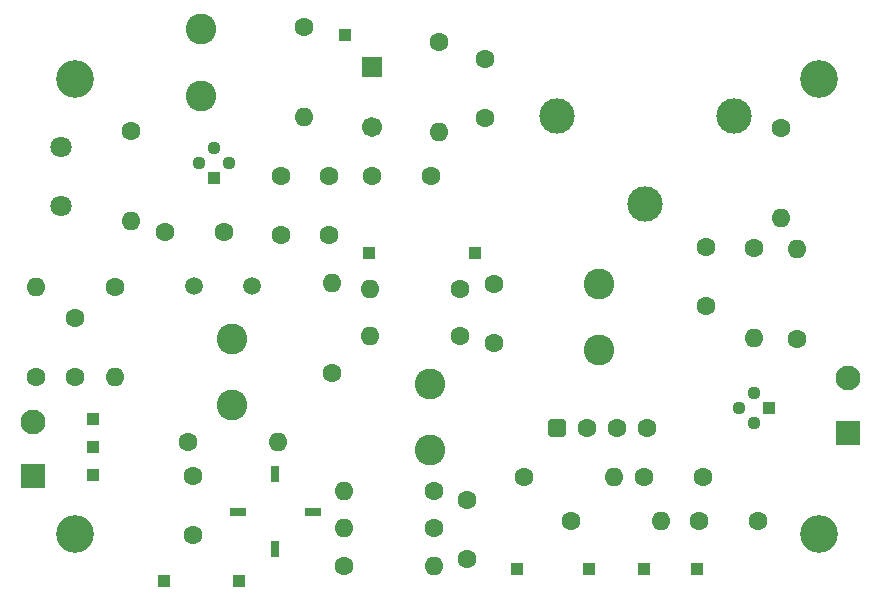
<source format=gbr>
G04 #@! TF.GenerationSoftware,KiCad,Pcbnew,(7.0.0)*
G04 #@! TF.CreationDate,2023-03-14T20:30:01-04:00*
G04 #@! TF.ProjectId,2ndmixer-2ndlo,326e646d-6978-4657-922d-326e646c6f2e,1*
G04 #@! TF.SameCoordinates,Original*
G04 #@! TF.FileFunction,Soldermask,Top*
G04 #@! TF.FilePolarity,Negative*
%FSLAX46Y46*%
G04 Gerber Fmt 4.6, Leading zero omitted, Abs format (unit mm)*
G04 Created by KiCad (PCBNEW (7.0.0)) date 2023-03-14 20:30:01*
%MOMM*%
%LPD*%
G01*
G04 APERTURE LIST*
G04 Aperture macros list*
%AMRoundRect*
0 Rectangle with rounded corners*
0 $1 Rounding radius*
0 $2 $3 $4 $5 $6 $7 $8 $9 X,Y pos of 4 corners*
0 Add a 4 corners polygon primitive as box body*
4,1,4,$2,$3,$4,$5,$6,$7,$8,$9,$2,$3,0*
0 Add four circle primitives for the rounded corners*
1,1,$1+$1,$2,$3*
1,1,$1+$1,$4,$5*
1,1,$1+$1,$6,$7*
1,1,$1+$1,$8,$9*
0 Add four rect primitives between the rounded corners*
20,1,$1+$1,$2,$3,$4,$5,0*
20,1,$1+$1,$4,$5,$6,$7,0*
20,1,$1+$1,$6,$7,$8,$9,0*
20,1,$1+$1,$8,$9,$2,$3,0*%
G04 Aperture macros list end*
%ADD10R,1.000000X1.000000*%
%ADD11C,1.600000*%
%ADD12O,1.600000X1.600000*%
%ADD13R,1.701800X1.701800*%
%ADD14C,1.701800*%
%ADD15RoundRect,0.250001X0.799999X-0.799999X0.799999X0.799999X-0.799999X0.799999X-0.799999X-0.799999X0*%
%ADD16C,2.100000*%
%ADD17C,1.800000*%
%ADD18C,3.200000*%
%ADD19C,2.600000*%
%ADD20R,1.473200X0.762000*%
%ADD21R,0.762000X1.473200*%
%ADD22RoundRect,0.400000X-0.400000X-0.400000X0.400000X-0.400000X0.400000X0.400000X-0.400000X0.400000X0*%
%ADD23R,1.110000X1.110000*%
%ADD24C,1.110000*%
%ADD25C,1.500000*%
%ADD26C,3.000000*%
G04 APERTURE END LIST*
D10*
X141122399Y-109778799D03*
D11*
X181533800Y-118414800D03*
D12*
X189153799Y-118414799D03*
D11*
X152207600Y-93929200D03*
X147207600Y-93929200D03*
X199313800Y-85140800D03*
D12*
X199313799Y-92760799D03*
D11*
X149598800Y-114604800D03*
X149598800Y-119604800D03*
D13*
X164744399Y-79959199D03*
D14*
X164744400Y-85039200D03*
D10*
X187756799Y-122478799D03*
X141122399Y-114553999D03*
D11*
X169976800Y-119049800D03*
D12*
X162356799Y-119049799D03*
D11*
X200710800Y-103047800D03*
D12*
X200710799Y-95427799D03*
D10*
X164490399Y-95757999D03*
D15*
X136053200Y-114655600D03*
D16*
X136053200Y-110055600D03*
D17*
X138430000Y-91806400D03*
X138430000Y-86806400D03*
D18*
X202599000Y-119500000D03*
D10*
X162458399Y-77266799D03*
D11*
X172212000Y-98755200D03*
D12*
X164591999Y-98755199D03*
D10*
X147116799Y-123494799D03*
D11*
X192963800Y-100253800D03*
X192963800Y-95253800D03*
X175056800Y-98338000D03*
X175056800Y-103338000D03*
X149148800Y-111760000D03*
D12*
X156768799Y-111759999D03*
D11*
X144322800Y-85394800D03*
D12*
X144322799Y-93014799D03*
D18*
X139599000Y-119500000D03*
D11*
X197027800Y-95300800D03*
D12*
X197027799Y-102920799D03*
D11*
X170357800Y-77901800D03*
D12*
X170357799Y-85521799D03*
D10*
X173481999Y-95707199D03*
D11*
X172212000Y-102805200D03*
D12*
X164591999Y-102805199D03*
D15*
X205028800Y-110949800D03*
D16*
X205028800Y-106349800D03*
D18*
X202599000Y-81000000D03*
D19*
X152857200Y-103022400D03*
X152857200Y-108622400D03*
D10*
X176961799Y-122478799D03*
D20*
X153339799Y-117652799D03*
D21*
X156514799Y-120827799D03*
D20*
X159689799Y-117652799D03*
D21*
X156514799Y-114477799D03*
D11*
X142951200Y-98653600D03*
D12*
X142951199Y-106273599D03*
D11*
X169700000Y-89204800D03*
X164700000Y-89204800D03*
X139598400Y-101233600D03*
X139598400Y-106233600D03*
D22*
X180390800Y-110540800D03*
D11*
X182930800Y-110540800D03*
X185470800Y-110540800D03*
X188010800Y-110540800D03*
D10*
X183057799Y-122478799D03*
D23*
X151333199Y-89357199D03*
D24*
X152603200Y-88087200D03*
X151333200Y-86817200D03*
X150063200Y-88087200D03*
D11*
X161340800Y-105925200D03*
D12*
X161340799Y-98305199D03*
D18*
X139599000Y-81000000D03*
D10*
X153466799Y-123494799D03*
D11*
X161086800Y-89244800D03*
X161086800Y-94244800D03*
D10*
X192201799Y-122478799D03*
D11*
X197368800Y-118414800D03*
X192368800Y-118414800D03*
X174294800Y-79338800D03*
X174294800Y-84338800D03*
X136296400Y-106222800D03*
D12*
X136296399Y-98602799D03*
D11*
X162356800Y-122224800D03*
D12*
X169976799Y-122224799D03*
D11*
X192709800Y-114731800D03*
X187709800Y-114731800D03*
X177596800Y-114731800D03*
D12*
X185216799Y-114731799D03*
D25*
X149656800Y-98552000D03*
X154536800Y-98552000D03*
D11*
X172770800Y-116676800D03*
X172770800Y-121676800D03*
X169976800Y-115874800D03*
D12*
X162356799Y-115874799D03*
D10*
X141122399Y-112166399D03*
D23*
X198297799Y-108889799D03*
D24*
X197027800Y-107619800D03*
X195757800Y-108889800D03*
X197027800Y-110159800D03*
D19*
X183946800Y-98348800D03*
X183946800Y-103948800D03*
X169595800Y-106857800D03*
X169595800Y-112457800D03*
D26*
X180376800Y-84124800D03*
X187876800Y-91624800D03*
X195376800Y-84124800D03*
D11*
X158953200Y-76606400D03*
D12*
X158953199Y-84226399D03*
D11*
X157050000Y-89204800D03*
X157050000Y-94204800D03*
D19*
X150266400Y-76809600D03*
X150266400Y-82409600D03*
M02*

</source>
